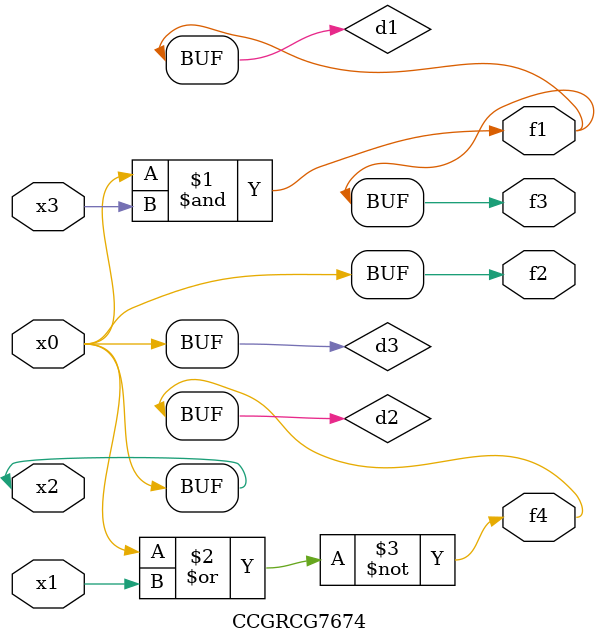
<source format=v>
module CCGRCG7674(
	input x0, x1, x2, x3,
	output f1, f2, f3, f4
);

	wire d1, d2, d3;

	and (d1, x2, x3);
	nor (d2, x0, x1);
	buf (d3, x0, x2);
	assign f1 = d1;
	assign f2 = d3;
	assign f3 = d1;
	assign f4 = d2;
endmodule

</source>
